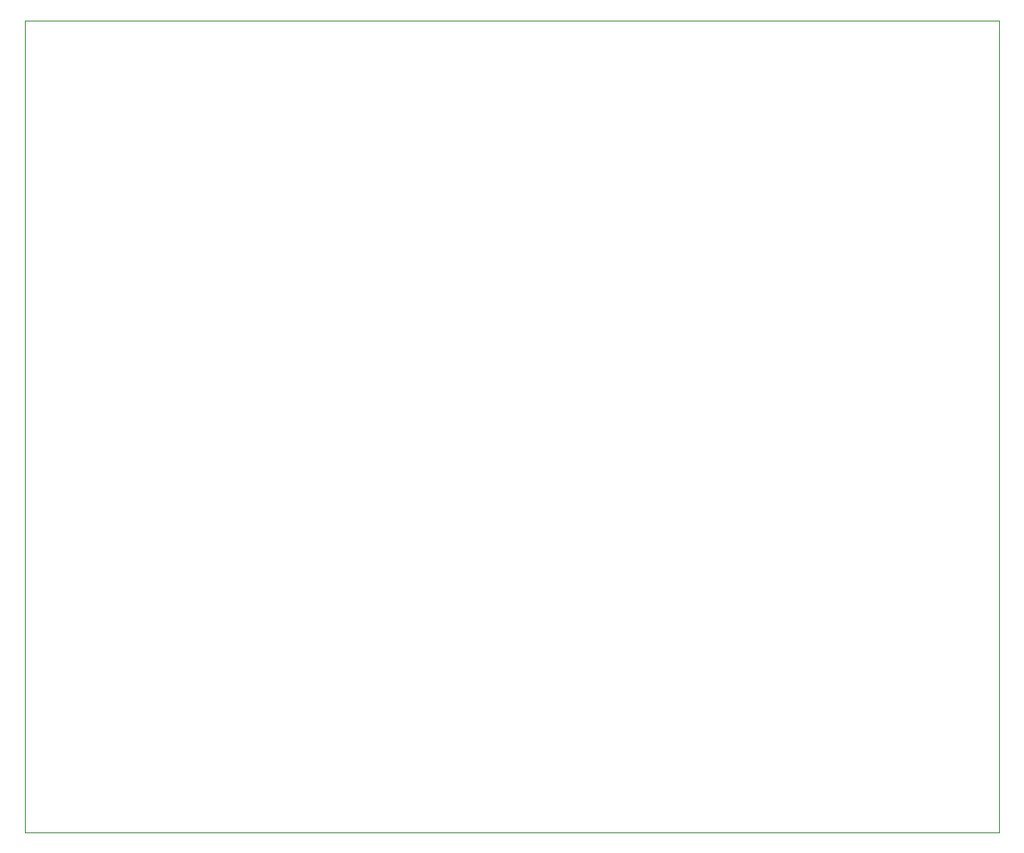
<source format=gbr>
%TF.GenerationSoftware,KiCad,Pcbnew,8.0.5*%
%TF.CreationDate,2024-10-23T08:28:05+02:00*%
%TF.ProjectId,ws2812b_carry,77733238-3132-4625-9f63-617272792e6b,rev?*%
%TF.SameCoordinates,Original*%
%TF.FileFunction,Profile,NP*%
%FSLAX46Y46*%
G04 Gerber Fmt 4.6, Leading zero omitted, Abs format (unit mm)*
G04 Created by KiCad (PCBNEW 8.0.5) date 2024-10-23 08:28:05*
%MOMM*%
%LPD*%
G01*
G04 APERTURE LIST*
%TA.AperFunction,Profile*%
%ADD10C,0.100000*%
%TD*%
G04 APERTURE END LIST*
D10*
X64000000Y-25000000D02*
X160000000Y-25000000D01*
X160000000Y-25000000D02*
X160000000Y-105000000D01*
X64000000Y-105000000D02*
X64000000Y-25000000D01*
X160000000Y-105000000D02*
X64000000Y-105000000D01*
M02*

</source>
